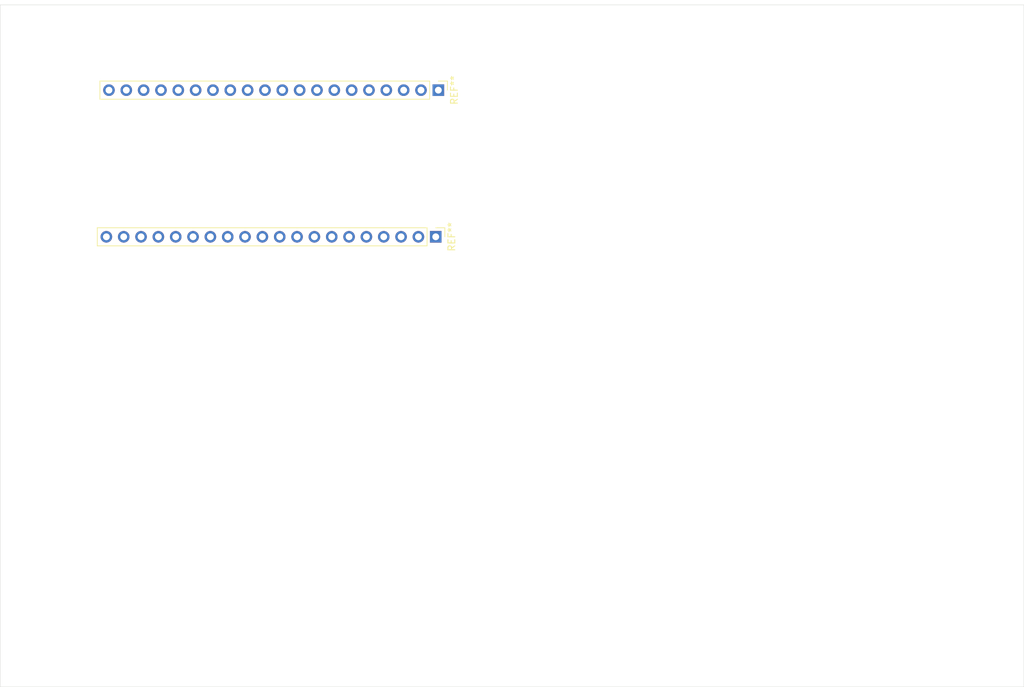
<source format=kicad_pcb>
(kicad_pcb (version 20240108) (generator "pcbnew") (generator_version "8.0")
  (layers (0 "F.Cu" signal) (31 "B.Cu" signal) (34 "B.Paste" user) (35 "F.Paste" user) (36 "B.SilkS" user "B.Silkscreen") (37 "F.SilkS" user "F.Silkscreen") (38 "B.Mask" user) (39 "F.Mask" user) (44 "Edge.Cuts" user))
  (net 0 "")
  (footprint "Connector_PinHeader_2.54mm:PinHeader_1x20_P2.54mm_Vertical" (layer "F.Cu") (at 123.82 94 -90)
    (property "Reference" "REF**" (at 0 -2.33 90) (layer "F.SilkS"))
    (property "Value" "PinHeader_1x20_P2.54mm_Vertical")
    (fp_line (start -1.33 49.59) (end 1.33 49.59) (stroke (width 0.12)) (layer "F.SilkS"))
    (fp_line (start -1.33 1.27) (end -1.33 49.59) (stroke (width 0.12)) (layer "F.SilkS"))
    (fp_line (start -1.33 1.27) (end 1.33 1.27) (stroke (width 0.12)) (layer "F.SilkS"))
    (fp_line (start 1.33 1.27) (end 1.33 49.59) (stroke (width 0.12)) (layer "F.SilkS"))
    (fp_line (start -1.33 0) (end -1.33 -1.33) (stroke (width 0.12)) (layer "F.SilkS"))
    (fp_line (start -1.33 -1.33) (end 0 -1.33) (stroke (width 0.12)) (layer "F.SilkS"))
    (pad "1" thru_hole rect (at 0 0 270) (size 1.7 1.7) (drill 1) (layers "*.Cu" "*.Mask"))
    (pad "2" thru_hole oval (at 0 2.54 270) (size 1.7 1.7) (drill 1) (layers "*.Cu" "*.Mask"))
    (pad "3" thru_hole oval (at 0 5.08 270) (size 1.7 1.7) (drill 1) (layers "*.Cu" "*.Mask"))
    (pad "4" thru_hole oval (at 0 7.62 270) (size 1.7 1.7) (drill 1) (layers "*.Cu" "*.Mask"))
    (pad "5" thru_hole oval (at 0 10.16 270) (size 1.7 1.7) (drill 1) (layers "*.Cu" "*.Mask"))
    (pad "6" thru_hole oval (at 0 12.7 270) (size 1.7 1.7) (drill 1) (layers "*.Cu" "*.Mask"))
    (pad "7" thru_hole oval (at 0 15.24 270) (size 1.7 1.7) (drill 1) (layers "*.Cu" "*.Mask"))
    (pad "8" thru_hole oval (at 0 17.78 270) (size 1.7 1.7) (drill 1) (layers "*.Cu" "*.Mask"))
    (pad "9" thru_hole oval (at 0 20.32 270) (size 1.7 1.7) (drill 1) (layers "*.Cu" "*.Mask"))
    (pad "10" thru_hole oval (at 0 22.86 270) (size 1.7 1.7) (drill 1) (layers "*.Cu" "*.Mask"))
    (pad "11" thru_hole oval (at 0 25.4 270) (size 1.7 1.7) (drill 1) (layers "*.Cu" "*.Mask"))
    (pad "12" thru_hole oval (at 0 27.94 270) (size 1.7 1.7) (drill 1) (layers "*.Cu" "*.Mask"))
    (pad "13" thru_hole oval (at 0 30.48 270) (size 1.7 1.7) (drill 1) (layers "*.Cu" "*.Mask"))
    (pad "14" thru_hole oval (at 0 33.02 270) (size 1.7 1.7) (drill 1) (layers "*.Cu" "*.Mask"))
    (pad "15" thru_hole oval (at 0 35.56 270) (size 1.7 1.7) (drill 1) (layers "*.Cu" "*.Mask"))
    (pad "16" thru_hole oval (at 0 38.1 270) (size 1.7 1.7) (drill 1) (layers "*.Cu" "*.Mask"))
    (pad "17" thru_hole oval (at 0 40.64 270) (size 1.7 1.7) (drill 1) (layers "*.Cu" "*.Mask"))
    (pad "18" thru_hole oval (at 0 43.18 270) (size 1.7 1.7) (drill 1) (layers "*.Cu" "*.Mask"))
    (pad "19" thru_hole oval (at 0 45.72 270) (size 1.7 1.7) (drill 1) (layers "*.Cu" "*.Mask"))
    (pad "20" thru_hole oval (at 0 48.26 270) (size 1.7 1.7) (drill 1) (layers "*.Cu" "*.Mask"))
  )
  (footprint "Connector_PinHeader_2.54mm:PinHeader_1x20_P2.54mm_Vertical" (layer "F.Cu") (at 124.2 72.5 -90)
    (property "Reference" "REF**" (at 0 -2.33 90) (layer "F.SilkS"))
    (property "Value" "PinHeader_1x20_P2.54mm_Vertical")
    (fp_line (start -1.33 49.59) (end 1.33 49.59) (stroke (width 0.12)) (layer "F.SilkS"))
    (fp_line (start -1.33 1.27) (end -1.33 49.59) (stroke (width 0.12)) (layer "F.SilkS"))
    (fp_line (start -1.33 1.27) (end 1.33 1.27) (stroke (width 0.12)) (layer "F.SilkS"))
    (fp_line (start 1.33 1.27) (end 1.33 49.59) (stroke (width 0.12)) (layer "F.SilkS"))
    (fp_line (start -1.33 0) (end -1.33 -1.33) (stroke (width 0.12)) (layer "F.SilkS"))
    (fp_line (start -1.33 -1.33) (end 0 -1.33) (stroke (width 0.12)) (layer "F.SilkS"))
    (pad "1" thru_hole rect (at 0 0 270) (size 1.7 1.7) (drill 1) (layers "*.Cu" "*.Mask"))
    (pad "2" thru_hole oval (at 0 2.54 270) (size 1.7 1.7) (drill 1) (layers "*.Cu" "*.Mask"))
    (pad "3" thru_hole oval (at 0 5.08 270) (size 1.7 1.7) (drill 1) (layers "*.Cu" "*.Mask"))
    (pad "4" thru_hole oval (at 0 7.62 270) (size 1.7 1.7) (drill 1) (layers "*.Cu" "*.Mask"))
    (pad "5" thru_hole oval (at 0 10.16 270) (size 1.7 1.7) (drill 1) (layers "*.Cu" "*.Mask"))
    (pad "6" thru_hole oval (at 0 12.7 270) (size 1.7 1.7) (drill 1) (layers "*.Cu" "*.Mask"))
    (pad "7" thru_hole oval (at 0 15.24 270) (size 1.7 1.7) (drill 1) (layers "*.Cu" "*.Mask"))
    (pad "8" thru_hole oval (at 0 17.78 270) (size 1.7 1.7) (drill 1) (layers "*.Cu" "*.Mask"))
    (pad "9" thru_hole oval (at 0 20.32 270) (size 1.7 1.7) (drill 1) (layers "*.Cu" "*.Mask"))
    (pad "10" thru_hole oval (at 0 22.86 270) (size 1.7 1.7) (drill 1) (layers "*.Cu" "*.Mask"))
    (pad "11" thru_hole oval (at 0 25.4 270) (size 1.7 1.7) (drill 1) (layers "*.Cu" "*.Mask"))
    (pad "12" thru_hole oval (at 0 27.94 270) (size 1.7 1.7) (drill 1) (layers "*.Cu" "*.Mask"))
    (pad "13" thru_hole oval (at 0 30.48 270) (size 1.7 1.7) (drill 1) (layers "*.Cu" "*.Mask"))
    (pad "14" thru_hole oval (at 0 33.02 270) (size 1.7 1.7) (drill 1) (layers "*.Cu" "*.Mask"))
    (pad "15" thru_hole oval (at 0 35.56 270) (size 1.7 1.7) (drill 1) (layers "*.Cu" "*.Mask"))
    (pad "16" thru_hole oval (at 0 38.1 270) (size 1.7 1.7) (drill 1) (layers "*.Cu" "*.Mask"))
    (pad "17" thru_hole oval (at 0 40.64 270) (size 1.7 1.7) (drill 1) (layers "*.Cu" "*.Mask"))
    (pad "18" thru_hole oval (at 0 43.18 270) (size 1.7 1.7) (drill 1) (layers "*.Cu" "*.Mask"))
    (pad "19" thru_hole oval (at 0 45.72 270) (size 1.7 1.7) (drill 1) (layers "*.Cu" "*.Mask"))
    (pad "20" thru_hole oval (at 0 48.26 270) (size 1.7 1.7) (drill 1) (layers "*.Cu" "*.Mask"))
  )
  (gr_rect (start 60 60) (end 210 160) (stroke (width 0.05)) (fill none) (layer "Edge.Cuts"))
)
</source>
